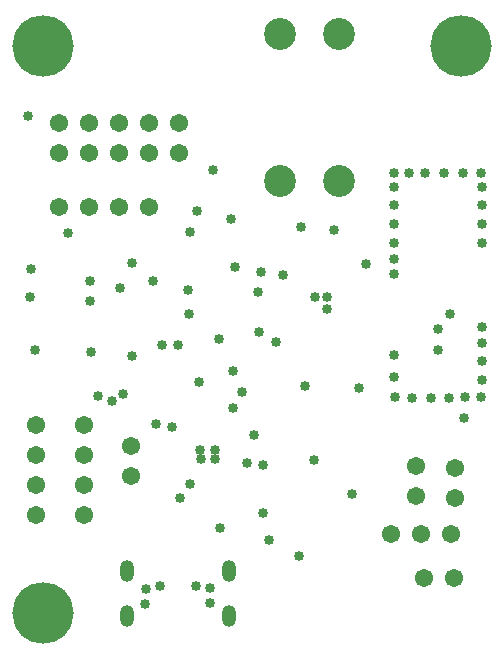
<source format=gbs>
G04*
G04 #@! TF.GenerationSoftware,Altium Limited,Altium Designer,23.10.1 (27)*
G04*
G04 Layer_Color=16711935*
%FSLAX44Y44*%
%MOMM*%
G71*
G04*
G04 #@! TF.SameCoordinates,273EA9BE-9362-4083-9DEA-C9DCB70363E1*
G04*
G04*
G04 #@! TF.FilePolarity,Negative*
G04*
G01*
G75*
%ADD69C,2.7032*%
%ADD70C,1.5432*%
%ADD71C,5.2032*%
%ADD72O,1.2332X1.8332*%
%ADD73C,0.8532*%
D69*
X288652Y403082D02*
D03*
Y528082D02*
D03*
X238652D02*
D03*
Y403082D02*
D03*
D70*
X51816Y426974D02*
D03*
X77216D02*
D03*
X102616D02*
D03*
X128016D02*
D03*
X153416D02*
D03*
X51816Y452374D02*
D03*
X77216D02*
D03*
X102616D02*
D03*
X128016D02*
D03*
X153416D02*
D03*
X128016Y381254D02*
D03*
X102616D02*
D03*
X77216D02*
D03*
X51816D02*
D03*
X383540Y104902D02*
D03*
X358140D02*
D03*
X332740D02*
D03*
X112776Y153924D02*
D03*
Y179324D02*
D03*
X73406Y120904D02*
D03*
Y146304D02*
D03*
Y171704D02*
D03*
Y197104D02*
D03*
X32766D02*
D03*
Y171704D02*
D03*
Y146304D02*
D03*
Y120904D02*
D03*
X353822Y136652D02*
D03*
Y162052D02*
D03*
X386588Y67310D02*
D03*
X361188D02*
D03*
X387096Y135128D02*
D03*
Y160528D02*
D03*
D71*
X392430Y517398D02*
D03*
X38100D02*
D03*
Y38100D02*
D03*
D72*
X109073Y72932D02*
D03*
X196073D02*
D03*
Y34932D02*
D03*
X109073D02*
D03*
D73*
X299974Y138176D02*
D03*
X206756Y225044D02*
D03*
X198935Y211618D02*
D03*
X198882Y242570D02*
D03*
X220980Y275590D02*
D03*
X235966Y267208D02*
D03*
X241554Y323850D02*
D03*
X153924Y135128D02*
D03*
X163068Y146812D02*
D03*
X220218Y309626D02*
D03*
X223266Y326644D02*
D03*
X260244Y229870D02*
D03*
X394462Y202438D02*
D03*
X336042Y220218D02*
D03*
X409702Y366776D02*
D03*
Y383032D02*
D03*
Y398272D02*
D03*
X395986Y220218D02*
D03*
X382016Y219964D02*
D03*
X366776D02*
D03*
X351028D02*
D03*
X335534Y324612D02*
D03*
Y337312D02*
D03*
Y351282D02*
D03*
Y366776D02*
D03*
Y383032D02*
D03*
Y398272D02*
D03*
X347980Y410464D02*
D03*
X361696D02*
D03*
X377698D02*
D03*
X393954Y410210D02*
D03*
X335280D02*
D03*
X409448D02*
D03*
X409702Y351282D02*
D03*
Y279654D02*
D03*
Y235204D02*
D03*
Y250698D02*
D03*
Y265938D02*
D03*
X409448Y220472D02*
D03*
X335788Y237490D02*
D03*
X335534Y255778D02*
D03*
X372872Y277876D02*
D03*
X372876Y260038D02*
D03*
X383286Y290576D02*
D03*
X311658Y333248D02*
D03*
X284734Y361950D02*
D03*
X267462Y167386D02*
D03*
X171450Y176022D02*
D03*
X182626Y412496D02*
D03*
X306070Y228600D02*
D03*
X183642Y168148D02*
D03*
X171704Y167894D02*
D03*
X183642Y176022D02*
D03*
X170180Y233172D02*
D03*
X125222Y57658D02*
D03*
X180092Y58928D02*
D03*
X180086Y46482D02*
D03*
X124968Y45466D02*
D03*
X152908Y264922D02*
D03*
X168656Y378460D02*
D03*
X28448Y328930D02*
D03*
X27178Y305562D02*
D03*
X113792Y334264D02*
D03*
X278892Y295148D02*
D03*
Y305308D02*
D03*
X268732D02*
D03*
X224282Y122428D02*
D03*
X25908Y458724D02*
D03*
X211074Y164338D02*
D03*
X224790Y163322D02*
D03*
X216662Y188722D02*
D03*
X96520Y216916D02*
D03*
X134112Y197612D02*
D03*
X254935Y86168D02*
D03*
X139446Y264414D02*
D03*
X103886Y313182D02*
D03*
X113538Y255270D02*
D03*
X256794Y364236D02*
D03*
X201168Y330962D02*
D03*
X187198Y269748D02*
D03*
X147320Y194818D02*
D03*
X85090Y221488D02*
D03*
X105918Y223520D02*
D03*
X78232Y319024D02*
D03*
Y301752D02*
D03*
X78740Y258826D02*
D03*
X168148Y60960D02*
D03*
X137414Y60706D02*
D03*
X229616Y99314D02*
D03*
X197866Y371094D02*
D03*
X163068Y359918D02*
D03*
X59910Y359861D02*
D03*
X131826Y319024D02*
D03*
X161036Y311404D02*
D03*
X162306Y291084D02*
D03*
X31496Y260604D02*
D03*
X188468Y109982D02*
D03*
M02*

</source>
